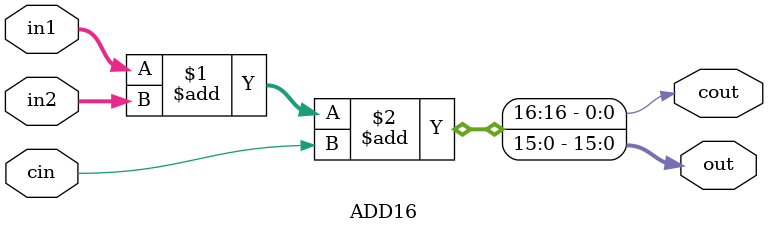
<source format=v>
module ADD16 #(parameter SIZE = 16)(input [SIZE-1:0] in1, in2, 
    input cin, output [SIZE-1:0] out, output cout);
assign {cout, out} = in1 + in2 + cin;
endmodule
</source>
